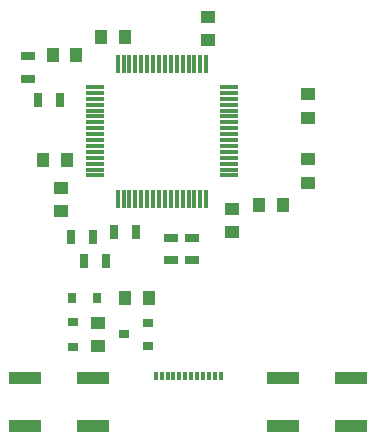
<source format=gbr>
G04 #@! TF.FileFunction,Paste,Top*
%FSLAX46Y46*%
G04 Gerber Fmt 4.6, Leading zero omitted, Abs format (unit mm)*
G04 Created by KiCad (PCBNEW 4.0.7-e2-6376~58~ubuntu16.04.1) date Tue Nov 14 14:50:52 2017*
%MOMM*%
%LPD*%
G01*
G04 APERTURE LIST*
%ADD10C,0.100000*%
%ADD11R,1.250000X1.000000*%
%ADD12R,1.000000X1.250000*%
%ADD13R,0.900000X0.800000*%
%ADD14R,0.800000X0.900000*%
%ADD15R,0.700000X1.300000*%
%ADD16R,1.300000X0.700000*%
%ADD17R,2.750000X1.000000*%
%ADD18R,1.500000X0.300000*%
%ADD19R,0.300000X1.500000*%
%ADD20R,0.300000X0.700000*%
G04 APERTURE END LIST*
D10*
D11*
X226060000Y-93488000D03*
X226060000Y-95488000D03*
X226047300Y-89988900D03*
X226047300Y-87988900D03*
D12*
X221885000Y-97409000D03*
X223885000Y-97409000D03*
D11*
X219583000Y-99679000D03*
X219583000Y-97679000D03*
X217551000Y-83423000D03*
X217551000Y-81423000D03*
D12*
X210550000Y-83185000D03*
X208550000Y-83185000D03*
X204422500Y-84645500D03*
X206422500Y-84645500D03*
D11*
X205105000Y-95901000D03*
X205105000Y-97901000D03*
D12*
X205597000Y-93599000D03*
X203597000Y-93599000D03*
D11*
X208280000Y-107331000D03*
X208280000Y-109331000D03*
D12*
X212582000Y-105283000D03*
X210582000Y-105283000D03*
D13*
X206121000Y-107281000D03*
X206121000Y-109381000D03*
D14*
X206087000Y-105283000D03*
X208187000Y-105283000D03*
D15*
X205039000Y-88519000D03*
X203139000Y-88519000D03*
D16*
X202311000Y-86675000D03*
X202311000Y-84775000D03*
D15*
X209616000Y-99695000D03*
X211516000Y-99695000D03*
D16*
X214426800Y-102067400D03*
X214426800Y-100167400D03*
X216255600Y-100167400D03*
X216255600Y-102067400D03*
D17*
X207858000Y-112046000D03*
X202098000Y-112046000D03*
X202098000Y-116046000D03*
X207858000Y-116046000D03*
X229702000Y-112046000D03*
X223942000Y-112046000D03*
X223942000Y-116046000D03*
X229702000Y-116046000D03*
D13*
X212455000Y-109281000D03*
X212455000Y-107381000D03*
X210455000Y-108331000D03*
D18*
X219377500Y-94872500D03*
X219377500Y-94372500D03*
X219377500Y-93872500D03*
X219377500Y-93372500D03*
X219377500Y-92872500D03*
X219377500Y-92372500D03*
X219377500Y-91872500D03*
X219377500Y-91372500D03*
X219377500Y-90872500D03*
X219377500Y-90372500D03*
X219377500Y-89872500D03*
X219377500Y-89372500D03*
X219377500Y-88872500D03*
X219377500Y-88372500D03*
X219377500Y-87872500D03*
X219377500Y-87372500D03*
D19*
X217427500Y-85422500D03*
X216927500Y-85422500D03*
X216427500Y-85422500D03*
X215927500Y-85422500D03*
X215427500Y-85422500D03*
X214927500Y-85422500D03*
X214427500Y-85422500D03*
X213927500Y-85422500D03*
X213427500Y-85422500D03*
X212927500Y-85422500D03*
X212427500Y-85422500D03*
X211927500Y-85422500D03*
X211427500Y-85422500D03*
X210927500Y-85422500D03*
X210427500Y-85422500D03*
X209927500Y-85422500D03*
D18*
X207977500Y-87372500D03*
X207977500Y-87872500D03*
X207977500Y-88372500D03*
X207977500Y-88872500D03*
X207977500Y-89372500D03*
X207977500Y-89872500D03*
X207977500Y-90372500D03*
X207977500Y-90872500D03*
X207977500Y-91372500D03*
X207977500Y-91872500D03*
X207977500Y-92372500D03*
X207977500Y-92872500D03*
X207977500Y-93372500D03*
X207977500Y-93872500D03*
X207977500Y-94372500D03*
X207977500Y-94872500D03*
D19*
X209927500Y-96822500D03*
X210427500Y-96822500D03*
X210927500Y-96822500D03*
X211427500Y-96822500D03*
X211927500Y-96822500D03*
X212427500Y-96822500D03*
X212927500Y-96822500D03*
X213427500Y-96822500D03*
X213927500Y-96822500D03*
X214427500Y-96822500D03*
X214927500Y-96822500D03*
X215427500Y-96822500D03*
X215927500Y-96822500D03*
X216427500Y-96822500D03*
X216927500Y-96822500D03*
X217427500Y-96822500D03*
D15*
X207076000Y-102108000D03*
X208976000Y-102108000D03*
X205933000Y-100076000D03*
X207833000Y-100076000D03*
D20*
X213150000Y-111820000D03*
X213650000Y-111820000D03*
X214150000Y-111820000D03*
X214650000Y-111820000D03*
X215150000Y-111820000D03*
X215650000Y-111820000D03*
X216150000Y-111820000D03*
X218650000Y-111820000D03*
X217650000Y-111820000D03*
X217150000Y-111820000D03*
X216650000Y-111820000D03*
X218150000Y-111820000D03*
M02*

</source>
